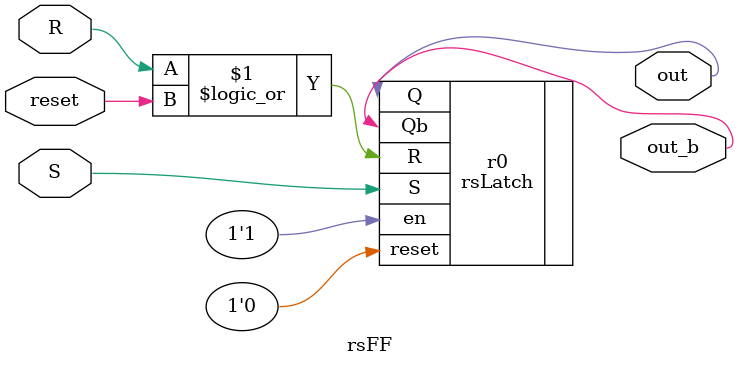
<source format=v>
module rsFF (
    input reset, //asynchronous reset
    input S, R,
    output  out,
    output out_b
);
    // Normally having both S and R is illegal, since simultaneous falling
    // will trigger racing effect (metastable)
    // However, here S and R signals 


   // wire out_b; 
   rsLatch r0 (.en(1'b1),.reset(1'b0), .S(S), .R(R||reset), .Q(out), .Qb(out_b) );

endmodule
        

</source>
